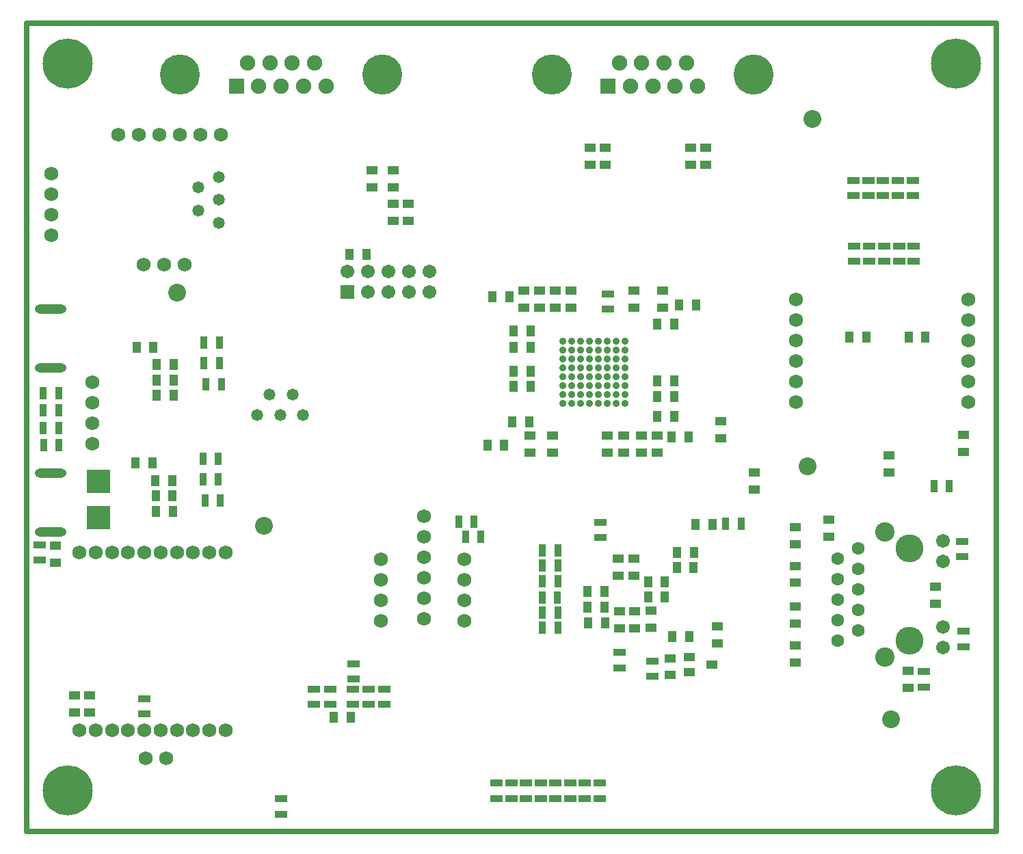
<source format=gbs>
G04*
G04 #@! TF.GenerationSoftware,Altium Limited,Altium Designer,18.1.7 (191)*
G04*
G04 Layer_Color=16711935*
%FSLAX24Y24*%
%MOIN*%
G70*
G01*
G75*
%ADD25C,0.0250*%
%ADD61R,0.1182X0.1182*%
%ADD63R,0.0434X0.0552*%
%ADD64R,0.0356X0.0592*%
%ADD69R,0.0592X0.0356*%
%ADD76R,0.0552X0.0434*%
%ADD95C,0.0680*%
%ADD96C,0.0867*%
%ADD97O,0.1537X0.0434*%
%ADD98C,0.0749*%
%ADD99R,0.0749X0.0749*%
%ADD100C,0.1954*%
%ADD101R,0.0671X0.0671*%
%ADD102C,0.0671*%
%ADD103C,0.2442*%
%ADD104C,0.0946*%
%ADD105C,0.1360*%
%ADD106C,0.0631*%
%ADD107C,0.0360*%
%ADD108C,0.0580*%
%ADD166R,0.0572X0.0415*%
D25*
X-24Y-25D02*
X47219D01*
Y39367D01*
X-24D02*
X47219D01*
X-24D02*
X-24Y-25D01*
D61*
X3480Y17041D02*
D03*
Y15269D02*
D03*
D63*
X32585Y25628D02*
D03*
X31758D02*
D03*
X23494Y26028D02*
D03*
X22667D02*
D03*
X16535Y28106D02*
D03*
X15708D02*
D03*
X7131Y21962D02*
D03*
X6304D02*
D03*
X6298Y22715D02*
D03*
X7125D02*
D03*
X6252Y16313D02*
D03*
X7079D02*
D03*
X15763Y5513D02*
D03*
X14936D02*
D03*
X7073Y17066D02*
D03*
X6246D02*
D03*
X42949Y24047D02*
D03*
X43776D02*
D03*
X40889Y24047D02*
D03*
X40062D02*
D03*
X6094Y17923D02*
D03*
X5267D02*
D03*
X7127Y21209D02*
D03*
X6300D02*
D03*
X31522Y24693D02*
D03*
X30695D02*
D03*
X23695Y21658D02*
D03*
X24522D02*
D03*
X23695Y22398D02*
D03*
X24522D02*
D03*
X23695Y23568D02*
D03*
X24522D02*
D03*
X23695Y24350D02*
D03*
X24522D02*
D03*
X31074Y11390D02*
D03*
X30247D02*
D03*
X31074Y12140D02*
D03*
X30247D02*
D03*
X31647Y12810D02*
D03*
X32474D02*
D03*
X31657Y13570D02*
D03*
X32484D02*
D03*
X27309Y10881D02*
D03*
X28136D02*
D03*
X31420Y9466D02*
D03*
X32247D02*
D03*
X23642Y19915D02*
D03*
X24469D02*
D03*
X23242Y18808D02*
D03*
X22415D02*
D03*
X31522Y21148D02*
D03*
X30695D02*
D03*
X31522Y20183D02*
D03*
X30695D02*
D03*
Y21918D02*
D03*
X31522D02*
D03*
X31402Y19194D02*
D03*
X32229D02*
D03*
X32578Y14938D02*
D03*
X33405D02*
D03*
X5319Y23572D02*
D03*
X6146D02*
D03*
X7097Y15551D02*
D03*
X6270D02*
D03*
X27327Y10110D02*
D03*
X28154D02*
D03*
X28114Y11660D02*
D03*
X27287D02*
D03*
D64*
X22110Y14315D02*
D03*
X21362D02*
D03*
X8561Y17135D02*
D03*
X9309D02*
D03*
X21024Y15055D02*
D03*
X21772D02*
D03*
X9408Y16107D02*
D03*
X8660D02*
D03*
X8554Y18129D02*
D03*
X9302D02*
D03*
X1540Y18806D02*
D03*
X792D02*
D03*
X8712Y21756D02*
D03*
X9460D02*
D03*
X9353Y22791D02*
D03*
X8605D02*
D03*
X9354Y23778D02*
D03*
X8606D02*
D03*
X25861Y9890D02*
D03*
X25113D02*
D03*
X25111Y10620D02*
D03*
X25859D02*
D03*
X25093Y11360D02*
D03*
X25841D02*
D03*
X25112Y12175D02*
D03*
X25860D02*
D03*
X25102Y12923D02*
D03*
X25850D02*
D03*
X25102Y13673D02*
D03*
X25850D02*
D03*
X34041Y14953D02*
D03*
X34789D02*
D03*
X44194Y16778D02*
D03*
X44942D02*
D03*
X767Y19641D02*
D03*
X1515D02*
D03*
X772Y20486D02*
D03*
X1520D02*
D03*
X772Y21325D02*
D03*
X1520D02*
D03*
D69*
X606Y13939D02*
D03*
Y13191D02*
D03*
X40309Y27752D02*
D03*
Y28500D02*
D03*
X41711Y30944D02*
D03*
Y31692D02*
D03*
X13967Y6892D02*
D03*
Y6144D02*
D03*
X14759Y6892D02*
D03*
Y6144D02*
D03*
X15871D02*
D03*
Y6892D02*
D03*
X15893Y7385D02*
D03*
Y8133D02*
D03*
X17383Y6892D02*
D03*
Y6144D02*
D03*
X22869Y1569D02*
D03*
Y2317D02*
D03*
X24304Y1569D02*
D03*
Y2317D02*
D03*
X16627Y6144D02*
D03*
Y6892D02*
D03*
X5707Y6434D02*
D03*
Y5686D02*
D03*
X12354Y1555D02*
D03*
Y807D02*
D03*
X40985Y31692D02*
D03*
Y30944D02*
D03*
X40260Y31692D02*
D03*
Y30944D02*
D03*
X43211Y27752D02*
D03*
Y28500D02*
D03*
X42485Y27752D02*
D03*
Y28500D02*
D03*
X41760D02*
D03*
Y27752D02*
D03*
X41034Y28500D02*
D03*
Y27752D02*
D03*
X23587Y2317D02*
D03*
Y1569D02*
D03*
X27891Y2317D02*
D03*
Y1569D02*
D03*
X27174D02*
D03*
Y2317D02*
D03*
X26456Y1569D02*
D03*
Y2317D02*
D03*
X25739Y1569D02*
D03*
Y2317D02*
D03*
X25022Y1569D02*
D03*
Y2317D02*
D03*
X28306Y26172D02*
D03*
Y25424D02*
D03*
X43683Y7005D02*
D03*
Y7753D02*
D03*
X42437Y31692D02*
D03*
Y30944D02*
D03*
X43162Y31692D02*
D03*
Y30944D02*
D03*
X27937Y14291D02*
D03*
Y15039D02*
D03*
X28851Y7942D02*
D03*
Y8690D02*
D03*
X30476Y8275D02*
D03*
Y7527D02*
D03*
X45560Y13360D02*
D03*
Y14108D02*
D03*
X45620Y8970D02*
D03*
Y9718D02*
D03*
D76*
X2287Y5761D02*
D03*
Y6588D02*
D03*
X17828Y32188D02*
D03*
Y31361D02*
D03*
X32331Y32475D02*
D03*
Y33302D02*
D03*
X28175Y33299D02*
D03*
Y32472D02*
D03*
X27422D02*
D03*
Y33299D02*
D03*
X33809Y19946D02*
D03*
Y19119D02*
D03*
X29068Y18417D02*
D03*
Y19243D02*
D03*
X24948Y26327D02*
D03*
Y25500D02*
D03*
X24187Y26327D02*
D03*
Y25500D02*
D03*
X26488Y26327D02*
D03*
Y25500D02*
D03*
X3044Y6588D02*
D03*
Y5761D02*
D03*
X18562Y29738D02*
D03*
Y30565D02*
D03*
X17824Y29738D02*
D03*
Y30565D02*
D03*
X1368Y13060D02*
D03*
Y13887D02*
D03*
X29561Y13253D02*
D03*
Y12427D02*
D03*
X30411Y10733D02*
D03*
Y9907D02*
D03*
X28851Y9857D02*
D03*
Y10683D02*
D03*
X25588Y18417D02*
D03*
Y19243D02*
D03*
X37414Y14802D02*
D03*
Y13975D02*
D03*
Y10922D02*
D03*
Y10095D02*
D03*
Y9033D02*
D03*
Y8206D02*
D03*
X44280Y11887D02*
D03*
Y11060D02*
D03*
X42008Y18287D02*
D03*
Y17461D02*
D03*
X35441Y16629D02*
D03*
Y17456D02*
D03*
X45618Y18455D02*
D03*
Y19282D02*
D03*
X42923Y7782D02*
D03*
Y6956D02*
D03*
X16786Y32188D02*
D03*
Y31361D02*
D03*
X33080Y32472D02*
D03*
Y33299D02*
D03*
X28268Y19243D02*
D03*
Y18417D02*
D03*
X29548Y25500D02*
D03*
Y26327D02*
D03*
X29918Y19243D02*
D03*
Y18417D02*
D03*
X24501Y19243D02*
D03*
Y18417D02*
D03*
X25718Y25500D02*
D03*
Y26327D02*
D03*
X30707Y19243D02*
D03*
Y18417D02*
D03*
X30973Y25500D02*
D03*
Y26327D02*
D03*
X28781Y12427D02*
D03*
Y13253D02*
D03*
X33641Y9120D02*
D03*
Y9947D02*
D03*
X29611Y10683D02*
D03*
Y9857D02*
D03*
X31321Y7577D02*
D03*
Y8403D02*
D03*
X39070Y14330D02*
D03*
Y15157D02*
D03*
X37414Y12080D02*
D03*
Y12907D02*
D03*
D95*
X37450Y25902D02*
D03*
Y24902D02*
D03*
Y23902D02*
D03*
Y22902D02*
D03*
Y21902D02*
D03*
Y20902D02*
D03*
X3173Y18871D02*
D03*
Y19871D02*
D03*
Y20871D02*
D03*
Y21871D02*
D03*
X45868Y25902D02*
D03*
Y24902D02*
D03*
Y23902D02*
D03*
Y22902D02*
D03*
Y21902D02*
D03*
Y20902D02*
D03*
X4435Y33942D02*
D03*
X5435D02*
D03*
X6435D02*
D03*
X7435D02*
D03*
X8435D02*
D03*
X9435D02*
D03*
X1180Y29030D02*
D03*
Y30030D02*
D03*
Y31030D02*
D03*
Y32030D02*
D03*
X21285Y13214D02*
D03*
Y12214D02*
D03*
Y11214D02*
D03*
Y10214D02*
D03*
X5748Y3532D02*
D03*
X6748D02*
D03*
X19317Y15314D02*
D03*
Y14314D02*
D03*
Y13314D02*
D03*
Y12314D02*
D03*
Y11314D02*
D03*
Y10314D02*
D03*
X17241Y10214D02*
D03*
Y11214D02*
D03*
Y12214D02*
D03*
Y13214D02*
D03*
X6650Y27602D02*
D03*
X5650D02*
D03*
X7650D02*
D03*
X2543Y4902D02*
D03*
X3333D02*
D03*
X4123D02*
D03*
X4913D02*
D03*
X5703D02*
D03*
X6493D02*
D03*
X7283D02*
D03*
X8073D02*
D03*
X8863D02*
D03*
X9653D02*
D03*
Y13562D02*
D03*
X8863D02*
D03*
X8073D02*
D03*
X7283D02*
D03*
X6493D02*
D03*
X5703D02*
D03*
X4913D02*
D03*
X4123D02*
D03*
X3333D02*
D03*
X2543D02*
D03*
D96*
X38025Y17748D02*
D03*
X11531Y14854D02*
D03*
X42107Y5428D02*
D03*
X38261Y34677D02*
D03*
X7312Y26228D02*
D03*
D97*
X1125Y14563D02*
D03*
Y17437D02*
D03*
X1125Y25437D02*
D03*
Y22563D02*
D03*
D98*
X32667Y36307D02*
D03*
X32122Y37425D02*
D03*
X31577Y36307D02*
D03*
X31031Y37425D02*
D03*
X30486Y36307D02*
D03*
X29941Y37425D02*
D03*
X29396Y36307D02*
D03*
X28850Y37425D02*
D03*
X14547Y36307D02*
D03*
X14002Y37425D02*
D03*
X13456Y36307D02*
D03*
X12911Y37425D02*
D03*
X12366Y36307D02*
D03*
X11820Y37425D02*
D03*
X11275Y36307D02*
D03*
X10730Y37425D02*
D03*
D99*
X28305Y36307D02*
D03*
X10185D02*
D03*
D100*
X25567Y36866D02*
D03*
X35406D02*
D03*
X7446D02*
D03*
X17285D02*
D03*
D101*
X15611Y26243D02*
D03*
D102*
Y27243D02*
D03*
X16611Y26243D02*
D03*
Y27243D02*
D03*
X17611Y26243D02*
D03*
Y27243D02*
D03*
X18611Y26243D02*
D03*
Y27243D02*
D03*
X19611Y26243D02*
D03*
Y27243D02*
D03*
X44620Y14132D02*
D03*
Y13132D02*
D03*
Y9911D02*
D03*
Y8911D02*
D03*
D103*
X45276Y37402D02*
D03*
X1969D02*
D03*
Y1969D02*
D03*
X45276D02*
D03*
D104*
X41788Y8473D02*
D03*
Y14571D02*
D03*
D105*
X42989Y9272D02*
D03*
Y13772D02*
D03*
D106*
X40489D02*
D03*
Y12772D02*
D03*
Y11772D02*
D03*
Y10772D02*
D03*
Y9772D02*
D03*
X39488Y13272D02*
D03*
Y12272D02*
D03*
Y11272D02*
D03*
Y10272D02*
D03*
Y9272D02*
D03*
D107*
X29124Y23874D02*
D03*
Y23007D02*
D03*
Y22141D02*
D03*
Y21275D02*
D03*
Y20842D02*
D03*
X28691Y23874D02*
D03*
Y23441D02*
D03*
Y23007D02*
D03*
Y22574D02*
D03*
Y22141D02*
D03*
Y21708D02*
D03*
Y21275D02*
D03*
Y20842D02*
D03*
X28258Y23874D02*
D03*
Y23441D02*
D03*
Y23007D02*
D03*
Y22574D02*
D03*
Y22141D02*
D03*
Y21708D02*
D03*
Y21275D02*
D03*
Y20842D02*
D03*
X27824Y23874D02*
D03*
Y23441D02*
D03*
Y23007D02*
D03*
Y22574D02*
D03*
Y22141D02*
D03*
Y21708D02*
D03*
Y21275D02*
D03*
Y20842D02*
D03*
X27391Y23874D02*
D03*
Y23441D02*
D03*
Y23007D02*
D03*
Y22574D02*
D03*
Y22141D02*
D03*
Y21708D02*
D03*
Y21275D02*
D03*
Y20842D02*
D03*
X26958Y23874D02*
D03*
Y23441D02*
D03*
Y23007D02*
D03*
Y22574D02*
D03*
Y22141D02*
D03*
Y21708D02*
D03*
Y21275D02*
D03*
Y20842D02*
D03*
X26525Y23874D02*
D03*
Y23441D02*
D03*
Y23007D02*
D03*
Y22574D02*
D03*
Y22141D02*
D03*
Y21708D02*
D03*
Y21275D02*
D03*
Y20842D02*
D03*
X26092Y23874D02*
D03*
Y23441D02*
D03*
Y23007D02*
D03*
Y22574D02*
D03*
Y22141D02*
D03*
Y21708D02*
D03*
Y21275D02*
D03*
Y20842D02*
D03*
X29124Y21708D02*
D03*
Y22574D02*
D03*
Y23441D02*
D03*
D108*
X11195Y20247D02*
D03*
X13445D02*
D03*
X12345D02*
D03*
X12945Y21247D02*
D03*
X11795D02*
D03*
X8320Y30220D02*
D03*
Y31370D02*
D03*
X9320Y30770D02*
D03*
Y31870D02*
D03*
Y29620D02*
D03*
D166*
X32270Y7713D02*
D03*
Y8461D02*
D03*
X33368Y8087D02*
D03*
M02*

</source>
